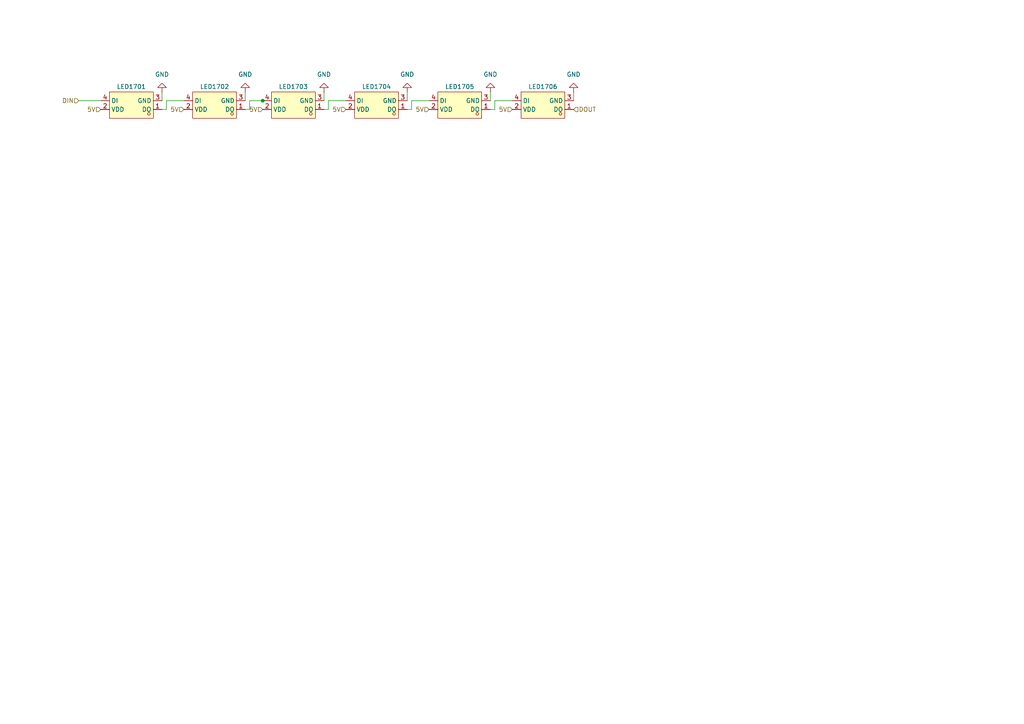
<source format=kicad_sch>
(kicad_sch (version 20231120) (generator "eeschema") (generator_version "8.0")
  (paper "A4")
  (lib_symbols
    (symbol "easyeda2kicad:XL-1615RGBC-WS2812B-S"
      (property "Reference" "LED" (at 0 6.35 0))
      (property "Value" "XL-1615RGBC-WS2812B-S" (at 0 -6.35 0))
      (symbol "XL-1615RGBC-WS2812B-S_0_1"
        (rectangle (start -6.35 3.81) (end 6.35 -3.81) (fill (type background)))
        (circle (center -5.08 2.54) (radius 0.38))
        (pin unspecified line (at -8.89 1.27 0) (length 2.54) (name "DO") (number "1"))
        (pin unspecified line (at 8.89 1.27 180) (length 2.54) (name "VDD") (number "2"))
        (pin unspecified line (at -8.89 -1.27 0) (length 2.54) (name "GND") (number "3"))
        (pin unspecified line (at 8.89 -1.27 180) (length 2.54) (name "DI") (number "4"))
      )
    )
    (symbol "power:GND" (power) (pin_numbers hide) (pin_names (offset 0) hide)
      (property "Value" "GND" (at 0 -3.81 0))
      (symbol "GND_0_1"
        (polyline (pts (xy 0 0) (xy 0 -1.27) (xy 1.27 -1.27) (xy 0 -2.54) (xy -1.27 -1.27) (xy 0 -1.27)))
      )
      (symbol "GND_1_1"
        (pin power_in line (at 0 0 270) (length 0) (name "~") (number "1"))
      )
    )
  )
  (junction (at 76.2 29.21))
  (wire (pts (xy 143.51 31.75) (xy 143.51 29.21)))
  (wire (pts (xy 118.11 26.67) (xy 118.11 29.21)))
  (wire (pts (xy 46.99 31.75) (xy 48.26 31.75)))
  (wire (pts (xy 95.25 31.75) (xy 95.25 29.21)))
  (wire (pts (xy 143.51 29.21) (xy 148.59 29.21)))
  (wire (pts (xy 48.26 29.21) (xy 53.34 29.21)))
  (wire (pts (xy 22.86 29.21) (xy 29.21 29.21)))
  (wire (pts (xy 119.38 29.21) (xy 124.46 29.21)))
  (wire (pts (xy 95.25 29.21) (xy 100.33 29.21)))
  (wire (pts (xy 72.39 31.75) (xy 72.39 29.21)))
  (wire (pts (xy 142.24 26.67) (xy 142.24 29.21)))
  (wire (pts (xy 93.98 31.75) (xy 95.25 31.75)))
  (wire (pts (xy 118.11 31.75) (xy 119.38 31.75)))
  (wire (pts (xy 93.98 26.67) (xy 93.98 29.21)))
  (wire (pts (xy 119.38 31.75) (xy 119.38 29.21)))
  (wire (pts (xy 48.26 31.75) (xy 48.26 29.21)))
  (wire (pts (xy 71.12 31.75) (xy 72.39 31.75)))
  (wire (pts (xy 46.99 26.67) (xy 46.99 29.21)))
  (wire (pts (xy 71.12 26.67) (xy 71.12 29.21)))
  (wire (pts (xy 76.2 29.21) (xy 77.47 29.21)))
  (wire (pts (xy 72.39 29.21) (xy 76.2 29.21)))
  (wire (pts (xy 142.24 31.75) (xy 143.51 31.75)))
  (wire (pts (xy 166.37 26.67) (xy 166.37 29.21)))
  (hierarchical_label "5V" (shape input) (at 53.34 31.75 180))
  (hierarchical_label "DIN" (shape input) (at 22.86 29.21 180))
  (hierarchical_label "5V" (shape input) (at 29.21 31.75 180))
  (hierarchical_label "5V" (shape input) (at 100.33 31.75 180))
  (hierarchical_label "5V" (shape input) (at 148.59 31.75 180))
  (hierarchical_label "DOUT" (shape input) (at 166.37 31.75 0))
  (hierarchical_label "5V" (shape input) (at 124.46 31.75 180))
  (hierarchical_label "5V" (shape input) (at 76.2 31.75 180))
  (symbol (lib_id "power:GND") (at 46.99 26.67 180) (unit 1)
    (property "Reference" "#PWR01701" (effects (hide yes)))
    (property "Value" "GND" (at 46.99 21.59 0))
    (property "Description" "Power symbol creates a global label with name \"GND\" , ground" (effects (hide yes)))
    (instances (project "roomsensor" (path "" (reference "#PWR01701") (unit 1)) (path "" (reference "#PWR01801") (unit 1)) (path "" (reference "#PWR01501") (unit 1)) (path "" (reference "#PWR01901") (unit 1)) (path "" (reference "#PWR01401") (unit 1)) (path "" (reference "#PWR01601") (unit 1))))
  )
  (symbol (lib_id "easyeda2kicad:XL-1615RGBC-WS2812B-S") (at 157.48 30.48 180) (unit 1)
    (property "Reference" "LED1706" (at 157.48 25.146 0))
    (property "Value" "XL-1615RGBC-WS2812B-S" (effects (hide yes)))
    (property "Footprint" "easyeda2kicad:LED-SMD_4P-L1.6-W1.5_XL-1615RGBC-WS2812B-S" (effects (hide yes)))
    (property "LCSC Part" "C41413180" (effects (hide yes)))
    (instances (project "roomsensor" (path "" (reference "LED1706") (unit 1)) (path "" (reference "LED1806") (unit 1)) (path "" (reference "LED1506") (unit 1)) (path "" (reference "LED1906") (unit 1)) (path "" (reference "LED1406") (unit 1)) (path "" (reference "LED1606") (unit 1))))
  )
  (symbol (lib_id "easyeda2kicad:XL-1615RGBC-WS2812B-S") (at 109.22 30.48 180) (unit 1)
    (property "Reference" "LED1704" (at 109.22 25.146 0))
    (property "Value" "XL-1615RGBC-WS2812B-S" (effects (hide yes)))
    (property "Footprint" "easyeda2kicad:LED-SMD_4P-L1.6-W1.5_XL-1615RGBC-WS2812B-S" (effects (hide yes)))
    (property "LCSC Part" "C41413180" (effects (hide yes)))
    (instances (project "roomsensor" (path "" (reference "LED1704") (unit 1)) (path "" (reference "LED1804") (unit 1)) (path "" (reference "LED1504") (unit 1)) (path "" (reference "LED1904") (unit 1)) (path "" (reference "LED1404") (unit 1)) (path "" (reference "LED1604") (unit 1))))
  )
  (symbol (lib_id "power:GND") (at 118.11 26.67 180) (unit 1)
    (property "Reference" "#PWR01704" (effects (hide yes)))
    (property "Value" "GND" (at 118.11 21.59 0))
    (property "Description" "Power symbol creates a global label with name \"GND\" , ground" (effects (hide yes)))
    (instances (project "roomsensor" (path "" (reference "#PWR01704") (unit 1)) (path "" (reference "#PWR01804") (unit 1)) (path "" (reference "#PWR01504") (unit 1)) (path "" (reference "#PWR01904") (unit 1)) (path "" (reference "#PWR01404") (unit 1)) (path "" (reference "#PWR01604") (unit 1))))
  )
  (symbol (lib_id "easyeda2kicad:XL-1615RGBC-WS2812B-S") (at 133.35 30.48 180) (unit 1)
    (property "Reference" "LED1705" (at 133.35 25.146 0))
    (property "Value" "XL-1615RGBC-WS2812B-S" (effects (hide yes)))
    (property "Footprint" "easyeda2kicad:LED-SMD_4P-L1.6-W1.5_XL-1615RGBC-WS2812B-S" (effects (hide yes)))
    (property "LCSC Part" "C41413180" (effects (hide yes)))
    (instances (project "roomsensor" (path "" (reference "LED1705") (unit 1)) (path "" (reference "LED1805") (unit 1)) (path "" (reference "LED1505") (unit 1)) (path "" (reference "LED1905") (unit 1)) (path "" (reference "LED1405") (unit 1)) (path "" (reference "LED1605") (unit 1))))
  )
  (symbol (lib_id "power:GND") (at 142.24 26.67 180) (unit 1)
    (property "Reference" "#PWR01705" (effects (hide yes)))
    (property "Value" "GND" (at 142.24 21.59 0))
    (property "Description" "Power symbol creates a global label with name \"GND\" , ground" (effects (hide yes)))
    (instances (project "roomsensor" (path "" (reference "#PWR01705") (unit 1)) (path "" (reference "#PWR01805") (unit 1)) (path "" (reference "#PWR01505") (unit 1)) (path "" (reference "#PWR01905") (unit 1)) (path "" (reference "#PWR01405") (unit 1)) (path "" (reference "#PWR01605") (unit 1))))
  )
  (symbol (lib_id "power:GND") (at 93.98 26.67 180) (unit 1)
    (property "Reference" "#PWR01703" (effects (hide yes)))
    (property "Value" "GND" (at 93.98 21.59 0))
    (property "Description" "Power symbol creates a global label with name \"GND\" , ground" (effects (hide yes)))
    (instances (project "roomsensor" (path "" (reference "#PWR01703") (unit 1)) (path "" (reference "#PWR01803") (unit 1)) (path "" (reference "#PWR01503") (unit 1)) (path "" (reference "#PWR01903") (unit 1)) (path "" (reference "#PWR01403") (unit 1)) (path "" (reference "#PWR01603") (unit 1))))
  )
  (symbol (lib_id "easyeda2kicad:XL-1615RGBC-WS2812B-S") (at 62.23 30.48 180) (unit 1)
    (property "Reference" "LED1702" (at 62.23 25.146 0))
    (property "Value" "XL-1615RGBC-WS2812B-S" (effects (hide yes)))
    (property "Footprint" "easyeda2kicad:LED-SMD_4P-L1.6-W1.5_XL-1615RGBC-WS2812B-S" (effects (hide yes)))
    (property "LCSC Part" "C41413180" (effects (hide yes)))
    (instances (project "roomsensor" (path "" (reference "LED1702") (unit 1)) (path "" (reference "LED1802") (unit 1)) (path "" (reference "LED1502") (unit 1)) (path "" (reference "LED1902") (unit 1)) (path "" (reference "LED1402") (unit 1)) (path "" (reference "LED1602") (unit 1))))
  )
  (symbol (lib_id "power:GND") (at 71.12 26.67 180) (unit 1)
    (property "Reference" "#PWR01702" (effects (hide yes)))
    (property "Value" "GND" (at 71.12 21.59 0))
    (property "Description" "Power symbol creates a global label with name \"GND\" , ground" (effects (hide yes)))
    (instances (project "roomsensor" (path "" (reference "#PWR01702") (unit 1)) (path "" (reference "#PWR01802") (unit 1)) (path "" (reference "#PWR01502") (unit 1)) (path "" (reference "#PWR01902") (unit 1)) (path "" (reference "#PWR01402") (unit 1)) (path "" (reference "#PWR01602") (unit 1))))
  )
  (symbol (lib_id "easyeda2kicad:XL-1615RGBC-WS2812B-S") (at 85.09 30.48 180) (unit 1)
    (property "Reference" "LED1703" (at 85.09 25.146 0))
    (property "Value" "XL-1615RGBC-WS2812B-S" (effects (hide yes)))
    (property "Footprint" "easyeda2kicad:LED-SMD_4P-L1.6-W1.5_XL-1615RGBC-WS2812B-S" (effects (hide yes)))
    (property "LCSC Part" "C41413180" (effects (hide yes)))
    (instances (project "roomsensor" (path "" (reference "LED1703") (unit 1)) (path "" (reference "LED1803") (unit 1)) (path "" (reference "LED1503") (unit 1)) (path "" (reference "LED1903") (unit 1)) (path "" (reference "LED1403") (unit 1)) (path "" (reference "LED1603") (unit 1))))
  )
  (symbol (lib_id "power:GND") (at 166.37 26.67 180) (unit 1)
    (property "Reference" "#PWR01706" (effects (hide yes)))
    (property "Value" "GND" (at 166.37 21.59 0))
    (property "Description" "Power symbol creates a global label with name \"GND\" , ground" (effects (hide yes)))
    (instances (project "roomsensor" (path "" (reference "#PWR01706") (unit 1)) (path "" (reference "#PWR01806") (unit 1)) (path "" (reference "#PWR01506") (unit 1)) (path "" (reference "#PWR01906") (unit 1)) (path "" (reference "#PWR01406") (unit 1)) (path "" (reference "#PWR01606") (unit 1))))
  )
  (symbol (lib_id "easyeda2kicad:XL-1615RGBC-WS2812B-S") (at 38.1 30.48 180) (unit 1)
    (property "Reference" "LED1701" (at 38.1 25.146 0))
    (property "Value" "XL-1615RGBC-WS2812B-S" (effects (hide yes)))
    (property "Footprint" "easyeda2kicad:LED-SMD_4P-L1.6-W1.5_XL-1615RGBC-WS2812B-S" (effects (hide yes)))
    (property "LCSC Part" "C41413180" (effects (hide yes)))
    (instances (project "roomsensor" (path "" (reference "LED1701") (unit 1)) (path "" (reference "LED1801") (unit 1)) (path "" (reference "LED1501") (unit 1)) (path "" (reference "LED1901") (unit 1)) (path "" (reference "LED1401") (unit 1)) (path "" (reference "LED1601") (unit 1))))
  )
)
</source>
